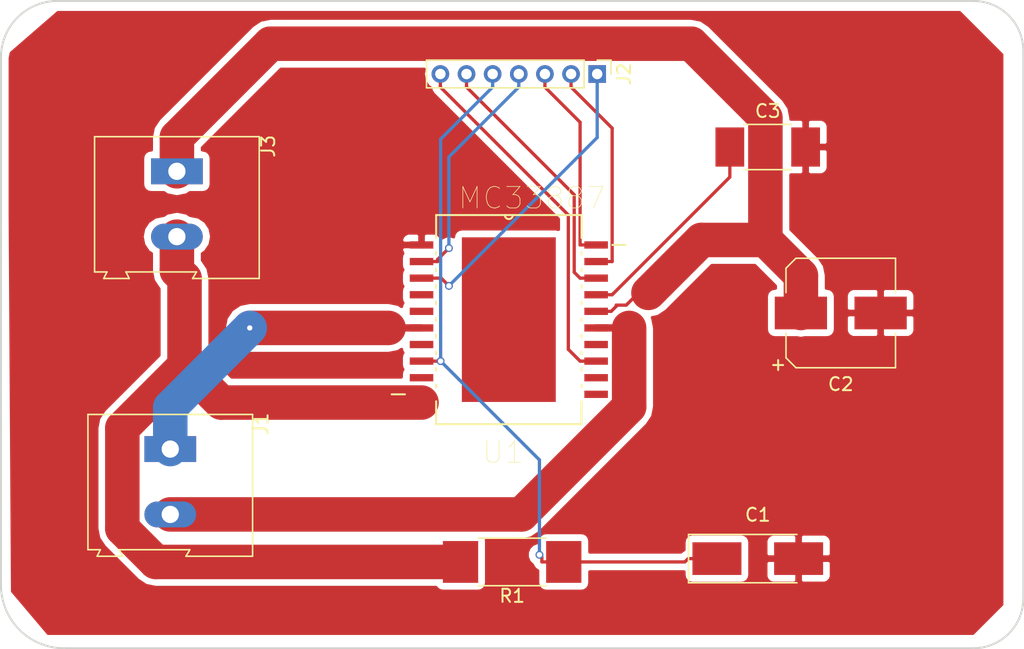
<source format=kicad_pcb>
(kicad_pcb (version 4) (host pcbnew 4.0.7)

  (general
    (links 19)
    (no_connects 0)
    (area 131.496999 97.206999 209.879001 146.887001)
    (thickness 1.6)
    (drawings 8)
    (tracks 83)
    (zones 0)
    (modules 8)
    (nets 21)
  )

  (page A4)
  (layers
    (0 F.Cu signal)
    (31 B.Cu signal)
    (32 B.Adhes user)
    (33 F.Adhes user)
    (34 B.Paste user)
    (35 F.Paste user)
    (36 B.SilkS user)
    (37 F.SilkS user)
    (38 B.Mask user)
    (39 F.Mask user)
    (40 Dwgs.User user)
    (41 Cmts.User user)
    (42 Eco1.User user)
    (43 Eco2.User user)
    (44 Edge.Cuts user)
    (45 Margin user)
    (46 B.CrtYd user)
    (47 F.CrtYd user)
    (48 B.Fab user)
    (49 F.Fab user)
  )

  (setup
    (last_trace_width 0.25)
    (trace_clearance 0.2)
    (zone_clearance 0.508)
    (zone_45_only no)
    (trace_min 0.2)
    (segment_width 0.2)
    (edge_width 0.15)
    (via_size 0.6)
    (via_drill 0.4)
    (via_min_size 0.4)
    (via_min_drill 0.3)
    (uvia_size 0.3)
    (uvia_drill 0.1)
    (uvias_allowed no)
    (uvia_min_size 0.2)
    (uvia_min_drill 0.1)
    (pcb_text_width 0.3)
    (pcb_text_size 1.5 1.5)
    (mod_edge_width 0.15)
    (mod_text_size 1 1)
    (mod_text_width 0.15)
    (pad_size 1.524 1.524)
    (pad_drill 0.762)
    (pad_to_mask_clearance 0.2)
    (aux_axis_origin 0 0)
    (visible_elements 7FFFFFFF)
    (pcbplotparams
      (layerselection 0x00030_80000001)
      (usegerberextensions false)
      (excludeedgelayer true)
      (linewidth 0.100000)
      (plotframeref false)
      (viasonmask false)
      (mode 1)
      (useauxorigin false)
      (hpglpennumber 1)
      (hpglpenspeed 20)
      (hpglpendiameter 15)
      (hpglpenoverlay 2)
      (psnegative false)
      (psa4output false)
      (plotreference true)
      (plotvalue true)
      (plotinvisibletext false)
      (padsonsilk false)
      (subtractmaskfromsilk false)
      (outputformat 1)
      (mirror false)
      (drillshape 1)
      (scaleselection 1)
      (outputdirectory ""))
  )

  (net 0 "")
  (net 1 "Net-(C1-Pad1)")
  (net 2 GND)
  (net 3 "Net-(C2-Pad1)")
  (net 4 "Net-(C3-Pad1)")
  (net 5 "Net-(J1-Pad1)")
  (net 6 "Net-(J1-Pad2)")
  (net 7 "Net-(J2-Pad1)")
  (net 8 "Net-(J2-Pad2)")
  (net 9 "Net-(J2-Pad3)")
  (net 10 "Net-(J2-Pad4)")
  (net 11 "Net-(J2-Pad6)")
  (net 12 "Net-(J2-Pad7)")
  (net 13 "Net-(J3-Pad2)")
  (net 14 "Net-(U1-Pad4)")
  (net 15 "Net-(U1-Pad5)")
  (net 16 "Net-(U1-Pad7)")
  (net 17 "Net-(U1-Pad9)")
  (net 18 "Net-(U1-Pad11)")
  (net 19 "Net-(U1-Pad12)")
  (net 20 "Net-(U1-Pad14)")

  (net_class Default "This is the default net class."
    (clearance 0.2)
    (trace_width 0.25)
    (via_dia 0.6)
    (via_drill 0.4)
    (uvia_dia 0.3)
    (uvia_drill 0.1)
    (add_net GND)
    (add_net "Net-(C1-Pad1)")
    (add_net "Net-(C3-Pad1)")
    (add_net "Net-(J2-Pad1)")
    (add_net "Net-(J2-Pad2)")
    (add_net "Net-(J2-Pad3)")
    (add_net "Net-(J2-Pad4)")
    (add_net "Net-(J2-Pad6)")
    (add_net "Net-(J2-Pad7)")
    (add_net "Net-(U1-Pad11)")
    (add_net "Net-(U1-Pad12)")
    (add_net "Net-(U1-Pad14)")
    (add_net "Net-(U1-Pad4)")
    (add_net "Net-(U1-Pad5)")
    (add_net "Net-(U1-Pad7)")
    (add_net "Net-(U1-Pad9)")
  )

  (net_class Power ""
    (clearance 0.3)
    (trace_width 2.64)
    (via_dia 0.6)
    (via_drill 0.4)
    (uvia_dia 0.3)
    (uvia_drill 0.1)
    (add_net "Net-(C2-Pad1)")
    (add_net "Net-(J1-Pad1)")
    (add_net "Net-(J1-Pad2)")
    (add_net "Net-(J3-Pad2)")
  )

  (module Capacitors_Tantalum_SMD:CP_Tantalum_Case-C_EIA-6032-28_Hand (layer F.Cu) (tedit 58CC8C08) (tstamp 5A6E3B64)
    (at 189.484 139.954)
    (descr "Tantalum capacitor, Case C, EIA 6032-28, 6.0x3.2x2.5mm, Hand soldering footprint")
    (tags "capacitor tantalum smd")
    (path /5A6E434B)
    (attr smd)
    (fp_text reference C1 (at 0 -3.35) (layer F.SilkS)
      (effects (font (size 1 1) (thickness 0.15)))
    )
    (fp_text value 1uF (at 0 3.35) (layer F.Fab)
      (effects (font (size 1 1) (thickness 0.15)))
    )
    (fp_text user %R (at 0 0) (layer F.Fab)
      (effects (font (size 1 1) (thickness 0.15)))
    )
    (fp_line (start -5.4 -2) (end -5.4 2) (layer F.CrtYd) (width 0.05))
    (fp_line (start -5.4 2) (end 5.4 2) (layer F.CrtYd) (width 0.05))
    (fp_line (start 5.4 2) (end 5.4 -2) (layer F.CrtYd) (width 0.05))
    (fp_line (start 5.4 -2) (end -5.4 -2) (layer F.CrtYd) (width 0.05))
    (fp_line (start -3 -1.6) (end -3 1.6) (layer F.Fab) (width 0.1))
    (fp_line (start -3 1.6) (end 3 1.6) (layer F.Fab) (width 0.1))
    (fp_line (start 3 1.6) (end 3 -1.6) (layer F.Fab) (width 0.1))
    (fp_line (start 3 -1.6) (end -3 -1.6) (layer F.Fab) (width 0.1))
    (fp_line (start -2.4 -1.6) (end -2.4 1.6) (layer F.Fab) (width 0.1))
    (fp_line (start -2.1 -1.6) (end -2.1 1.6) (layer F.Fab) (width 0.1))
    (fp_line (start -5.3 -1.85) (end 3 -1.85) (layer F.SilkS) (width 0.12))
    (fp_line (start -5.3 1.85) (end 3 1.85) (layer F.SilkS) (width 0.12))
    (fp_line (start -5.3 -1.85) (end -5.3 1.85) (layer F.SilkS) (width 0.12))
    (pad 1 smd rect (at -3.125 0) (size 3.75 2.5) (layers F.Cu F.Paste F.Mask)
      (net 1 "Net-(C1-Pad1)"))
    (pad 2 smd rect (at 3.125 0) (size 3.75 2.5) (layers F.Cu F.Paste F.Mask)
      (net 2 GND))
    (model Capacitors_Tantalum_SMD.3dshapes/CP_Tantalum_Case-C_EIA-6032-28.wrl
      (at (xyz 0 0 0))
      (scale (xyz 1 1 1))
      (rotate (xyz 0 0 0))
    )
  )

  (module Capacitors_SMD:CP_Elec_8x6.5 (layer F.Cu) (tedit 58AA8B9D) (tstamp 5A6E3B80)
    (at 195.834 121.158)
    (descr "SMT capacitor, aluminium electrolytic, 8x6.5")
    (path /5A6E42CB)
    (attr smd)
    (fp_text reference C2 (at 0 5.45) (layer F.SilkS)
      (effects (font (size 1 1) (thickness 0.15)))
    )
    (fp_text value 100uF (at 0 -5.45) (layer F.Fab)
      (effects (font (size 1 1) (thickness 0.15)))
    )
    (fp_circle (center 0 0) (end 0.9 3.8) (layer F.Fab) (width 0.1))
    (fp_text user + (at -1.94 -0.06) (layer F.Fab)
      (effects (font (size 1 1) (thickness 0.15)))
    )
    (fp_text user + (at -4.79 3.91) (layer F.SilkS)
      (effects (font (size 1 1) (thickness 0.15)))
    )
    (fp_text user %R (at 0 5.45) (layer F.Fab)
      (effects (font (size 1 1) (thickness 0.15)))
    )
    (fp_line (start -4.19 -3.43) (end -4.19 -1.56) (layer F.SilkS) (width 0.12))
    (fp_line (start -4.19 3.43) (end -4.19 1.56) (layer F.SilkS) (width 0.12))
    (fp_line (start 4.19 4.19) (end 4.19 1.56) (layer F.SilkS) (width 0.12))
    (fp_line (start 4.19 -4.19) (end 4.19 -1.56) (layer F.SilkS) (width 0.12))
    (fp_line (start 4.04 4.04) (end 4.04 -4.04) (layer F.Fab) (width 0.1))
    (fp_line (start -3.37 4.04) (end 4.04 4.04) (layer F.Fab) (width 0.1))
    (fp_line (start -4.04 3.37) (end -3.37 4.04) (layer F.Fab) (width 0.1))
    (fp_line (start -4.04 -3.37) (end -4.04 3.37) (layer F.Fab) (width 0.1))
    (fp_line (start -3.37 -4.04) (end -4.04 -3.37) (layer F.Fab) (width 0.1))
    (fp_line (start 4.04 -4.04) (end -3.37 -4.04) (layer F.Fab) (width 0.1))
    (fp_line (start 4.19 4.19) (end -3.43 4.19) (layer F.SilkS) (width 0.12))
    (fp_line (start -3.43 4.19) (end -4.19 3.43) (layer F.SilkS) (width 0.12))
    (fp_line (start -4.19 -3.43) (end -3.43 -4.19) (layer F.SilkS) (width 0.12))
    (fp_line (start -3.43 -4.19) (end 4.19 -4.19) (layer F.SilkS) (width 0.12))
    (fp_line (start -5.3 -4.29) (end 5.3 -4.29) (layer F.CrtYd) (width 0.05))
    (fp_line (start -5.3 -4.29) (end -5.3 4.29) (layer F.CrtYd) (width 0.05))
    (fp_line (start 5.3 4.29) (end 5.3 -4.29) (layer F.CrtYd) (width 0.05))
    (fp_line (start 5.3 4.29) (end -5.3 4.29) (layer F.CrtYd) (width 0.05))
    (pad 1 smd rect (at -3.05 0 180) (size 4 2.5) (layers F.Cu F.Paste F.Mask)
      (net 3 "Net-(C2-Pad1)"))
    (pad 2 smd rect (at 3.05 0 180) (size 4 2.5) (layers F.Cu F.Paste F.Mask)
      (net 2 GND))
    (model Capacitors_SMD.3dshapes/CP_Elec_8x6.5.wrl
      (at (xyz 0 0 0))
      (scale (xyz 1 1 1))
      (rotate (xyz 0 0 180))
    )
  )

  (module Capacitors_SMD:C_1812_HandSoldering (layer F.Cu) (tedit 58AA8525) (tstamp 5A6E3B91)
    (at 190.246 108.458)
    (descr "Capacitor SMD 1812, hand soldering")
    (tags "capacitor 1812")
    (path /5A6E425C)
    (attr smd)
    (fp_text reference C3 (at 0 -2.75) (layer F.SilkS)
      (effects (font (size 1 1) (thickness 0.15)))
    )
    (fp_text value 33nF (at 0 2.75) (layer F.Fab)
      (effects (font (size 1 1) (thickness 0.15)))
    )
    (fp_text user %R (at 0 -2.75) (layer F.Fab)
      (effects (font (size 1 1) (thickness 0.15)))
    )
    (fp_line (start -2.25 1.6) (end -2.25 -1.6) (layer F.Fab) (width 0.1))
    (fp_line (start 2.3 1.6) (end -2.25 1.6) (layer F.Fab) (width 0.1))
    (fp_line (start 2.3 -1.6) (end 2.3 1.6) (layer F.Fab) (width 0.1))
    (fp_line (start -2.25 -1.6) (end 2.3 -1.6) (layer F.Fab) (width 0.1))
    (fp_line (start 1.8 -1.73) (end -1.8 -1.73) (layer F.SilkS) (width 0.12))
    (fp_line (start -1.8 1.73) (end 1.8 1.73) (layer F.SilkS) (width 0.12))
    (fp_line (start -4.25 -1.85) (end 4.25 -1.85) (layer F.CrtYd) (width 0.05))
    (fp_line (start -4.25 -1.85) (end -4.25 1.85) (layer F.CrtYd) (width 0.05))
    (fp_line (start 4.25 1.85) (end 4.25 -1.85) (layer F.CrtYd) (width 0.05))
    (fp_line (start 4.25 1.85) (end -4.25 1.85) (layer F.CrtYd) (width 0.05))
    (pad 1 smd rect (at -2.9 0) (size 2.2 3) (layers F.Cu F.Paste F.Mask)
      (net 4 "Net-(C3-Pad1)"))
    (pad 2 smd rect (at 2.9 0) (size 2.2 3) (layers F.Cu F.Paste F.Mask)
      (net 2 GND))
    (model Capacitors_SMD.3dshapes/C_1812.wrl
      (at (xyz 0 0 0))
      (scale (xyz 1 1 1))
      (rotate (xyz 0 0 0))
    )
  )

  (module Connectors_Terminal_Blocks:TerminalBlock_Altech_AK300-2_P5.00mm (layer F.Cu) (tedit 59FF0306) (tstamp 5A6E3BF8)
    (at 144.526 131.572 270)
    (descr "Altech AK300 terminal block, pitch 5.0mm, 45 degree angled, see http://www.mouser.com/ds/2/16/PCBMETRC-24178.pdf")
    (tags "Altech AK300 terminal block pitch 5.0mm")
    (path /5A6E408B)
    (fp_text reference J1 (at -1.92 -6.99 270) (layer F.SilkS)
      (effects (font (size 1 1) (thickness 0.15)))
    )
    (fp_text value Conn_01x02 (at 2.78 7.75 270) (layer F.Fab)
      (effects (font (size 1 1) (thickness 0.15)))
    )
    (fp_text user %R (at 2.5 -2 270) (layer F.Fab)
      (effects (font (size 1 1) (thickness 0.15)))
    )
    (fp_line (start -2.65 -6.3) (end -2.65 6.3) (layer F.SilkS) (width 0.12))
    (fp_line (start -2.65 6.3) (end 7.7 6.3) (layer F.SilkS) (width 0.12))
    (fp_line (start 7.7 6.3) (end 7.7 5.35) (layer F.SilkS) (width 0.12))
    (fp_line (start 7.7 5.35) (end 8.2 5.6) (layer F.SilkS) (width 0.12))
    (fp_line (start 8.2 5.6) (end 8.2 3.7) (layer F.SilkS) (width 0.12))
    (fp_line (start 8.2 3.7) (end 8.2 3.65) (layer F.SilkS) (width 0.12))
    (fp_line (start 8.2 3.65) (end 7.7 3.9) (layer F.SilkS) (width 0.12))
    (fp_line (start 7.7 3.9) (end 7.7 -1.5) (layer F.SilkS) (width 0.12))
    (fp_line (start 7.7 -1.5) (end 8.2 -1.2) (layer F.SilkS) (width 0.12))
    (fp_line (start 8.2 -1.2) (end 8.2 -6.3) (layer F.SilkS) (width 0.12))
    (fp_line (start 8.2 -6.3) (end -2.65 -6.3) (layer F.SilkS) (width 0.12))
    (fp_line (start -1.26 2.54) (end 1.28 2.54) (layer F.Fab) (width 0.1))
    (fp_line (start 1.28 2.54) (end 1.28 -0.25) (layer F.Fab) (width 0.1))
    (fp_line (start -1.26 -0.25) (end 1.28 -0.25) (layer F.Fab) (width 0.1))
    (fp_line (start -1.26 2.54) (end -1.26 -0.25) (layer F.Fab) (width 0.1))
    (fp_line (start 3.74 2.54) (end 6.28 2.54) (layer F.Fab) (width 0.1))
    (fp_line (start 6.28 2.54) (end 6.28 -0.25) (layer F.Fab) (width 0.1))
    (fp_line (start 3.74 -0.25) (end 6.28 -0.25) (layer F.Fab) (width 0.1))
    (fp_line (start 3.74 2.54) (end 3.74 -0.25) (layer F.Fab) (width 0.1))
    (fp_line (start 7.61 -6.22) (end 7.61 -3.17) (layer F.Fab) (width 0.1))
    (fp_line (start 7.61 -6.22) (end -2.58 -6.22) (layer F.Fab) (width 0.1))
    (fp_line (start 7.61 -6.22) (end 8.11 -6.22) (layer F.Fab) (width 0.1))
    (fp_line (start 8.11 -6.22) (end 8.11 -1.4) (layer F.Fab) (width 0.1))
    (fp_line (start 8.11 -1.4) (end 7.61 -1.65) (layer F.Fab) (width 0.1))
    (fp_line (start 8.11 5.46) (end 7.61 5.21) (layer F.Fab) (width 0.1))
    (fp_line (start 7.61 5.21) (end 7.61 6.22) (layer F.Fab) (width 0.1))
    (fp_line (start 8.11 3.81) (end 7.61 4.06) (layer F.Fab) (width 0.1))
    (fp_line (start 7.61 4.06) (end 7.61 5.21) (layer F.Fab) (width 0.1))
    (fp_line (start 8.11 3.81) (end 8.11 5.46) (layer F.Fab) (width 0.1))
    (fp_line (start 2.98 6.22) (end 2.98 4.32) (layer F.Fab) (width 0.1))
    (fp_line (start 7.05 -0.25) (end 7.05 4.32) (layer F.Fab) (width 0.1))
    (fp_line (start 2.98 6.22) (end 7.05 6.22) (layer F.Fab) (width 0.1))
    (fp_line (start 7.05 6.22) (end 7.61 6.22) (layer F.Fab) (width 0.1))
    (fp_line (start 2.04 6.22) (end 2.04 4.32) (layer F.Fab) (width 0.1))
    (fp_line (start 2.04 6.22) (end 2.98 6.22) (layer F.Fab) (width 0.1))
    (fp_line (start -2.02 -0.25) (end -2.02 4.32) (layer F.Fab) (width 0.1))
    (fp_line (start -2.58 6.22) (end -2.02 6.22) (layer F.Fab) (width 0.1))
    (fp_line (start -2.02 6.22) (end 2.04 6.22) (layer F.Fab) (width 0.1))
    (fp_line (start 2.98 4.32) (end 7.05 4.32) (layer F.Fab) (width 0.1))
    (fp_line (start 2.98 4.32) (end 2.98 -0.25) (layer F.Fab) (width 0.1))
    (fp_line (start 7.05 4.32) (end 7.05 6.22) (layer F.Fab) (width 0.1))
    (fp_line (start 2.04 4.32) (end -2.02 4.32) (layer F.Fab) (width 0.1))
    (fp_line (start 2.04 4.32) (end 2.04 -0.25) (layer F.Fab) (width 0.1))
    (fp_line (start -2.02 4.32) (end -2.02 6.22) (layer F.Fab) (width 0.1))
    (fp_line (start 6.67 3.68) (end 6.67 0.51) (layer F.Fab) (width 0.1))
    (fp_line (start 6.67 3.68) (end 3.36 3.68) (layer F.Fab) (width 0.1))
    (fp_line (start 3.36 3.68) (end 3.36 0.51) (layer F.Fab) (width 0.1))
    (fp_line (start 1.66 3.68) (end 1.66 0.51) (layer F.Fab) (width 0.1))
    (fp_line (start 1.66 3.68) (end -1.64 3.68) (layer F.Fab) (width 0.1))
    (fp_line (start -1.64 3.68) (end -1.64 0.51) (layer F.Fab) (width 0.1))
    (fp_line (start -1.64 0.51) (end -1.26 0.51) (layer F.Fab) (width 0.1))
    (fp_line (start 1.66 0.51) (end 1.28 0.51) (layer F.Fab) (width 0.1))
    (fp_line (start 3.36 0.51) (end 3.74 0.51) (layer F.Fab) (width 0.1))
    (fp_line (start 6.67 0.51) (end 6.28 0.51) (layer F.Fab) (width 0.1))
    (fp_line (start -2.58 6.22) (end -2.58 -0.64) (layer F.Fab) (width 0.1))
    (fp_line (start -2.58 -0.64) (end -2.58 -3.17) (layer F.Fab) (width 0.1))
    (fp_line (start 7.61 -1.65) (end 7.61 -0.64) (layer F.Fab) (width 0.1))
    (fp_line (start 7.61 -0.64) (end 7.61 4.06) (layer F.Fab) (width 0.1))
    (fp_line (start -2.58 -3.17) (end 7.61 -3.17) (layer F.Fab) (width 0.1))
    (fp_line (start -2.58 -3.17) (end -2.58 -6.22) (layer F.Fab) (width 0.1))
    (fp_line (start 7.61 -3.17) (end 7.61 -1.65) (layer F.Fab) (width 0.1))
    (fp_line (start 2.98 -3.43) (end 2.98 -5.97) (layer F.Fab) (width 0.1))
    (fp_line (start 2.98 -5.97) (end 7.05 -5.97) (layer F.Fab) (width 0.1))
    (fp_line (start 7.05 -5.97) (end 7.05 -3.43) (layer F.Fab) (width 0.1))
    (fp_line (start 7.05 -3.43) (end 2.98 -3.43) (layer F.Fab) (width 0.1))
    (fp_line (start 2.04 -3.43) (end 2.04 -5.97) (layer F.Fab) (width 0.1))
    (fp_line (start 2.04 -3.43) (end -2.02 -3.43) (layer F.Fab) (width 0.1))
    (fp_line (start -2.02 -3.43) (end -2.02 -5.97) (layer F.Fab) (width 0.1))
    (fp_line (start 2.04 -5.97) (end -2.02 -5.97) (layer F.Fab) (width 0.1))
    (fp_line (start 3.39 -4.45) (end 6.44 -5.08) (layer F.Fab) (width 0.1))
    (fp_line (start 3.52 -4.32) (end 6.56 -4.95) (layer F.Fab) (width 0.1))
    (fp_line (start -1.62 -4.45) (end 1.44 -5.08) (layer F.Fab) (width 0.1))
    (fp_line (start -1.49 -4.32) (end 1.56 -4.95) (layer F.Fab) (width 0.1))
    (fp_line (start -2.02 -0.25) (end -1.64 -0.25) (layer F.Fab) (width 0.1))
    (fp_line (start 2.04 -0.25) (end 1.66 -0.25) (layer F.Fab) (width 0.1))
    (fp_line (start 1.66 -0.25) (end -1.64 -0.25) (layer F.Fab) (width 0.1))
    (fp_line (start -2.58 -0.64) (end -1.64 -0.64) (layer F.Fab) (width 0.1))
    (fp_line (start -1.64 -0.64) (end 1.66 -0.64) (layer F.Fab) (width 0.1))
    (fp_line (start 1.66 -0.64) (end 3.36 -0.64) (layer F.Fab) (width 0.1))
    (fp_line (start 7.61 -0.64) (end 6.67 -0.64) (layer F.Fab) (width 0.1))
    (fp_line (start 6.67 -0.64) (end 3.36 -0.64) (layer F.Fab) (width 0.1))
    (fp_line (start 7.05 -0.25) (end 6.67 -0.25) (layer F.Fab) (width 0.1))
    (fp_line (start 2.98 -0.25) (end 3.36 -0.25) (layer F.Fab) (width 0.1))
    (fp_line (start 3.36 -0.25) (end 6.67 -0.25) (layer F.Fab) (width 0.1))
    (fp_line (start -2.83 -6.47) (end 8.36 -6.47) (layer F.CrtYd) (width 0.05))
    (fp_line (start -2.83 -6.47) (end -2.83 6.47) (layer F.CrtYd) (width 0.05))
    (fp_line (start 8.36 6.47) (end 8.36 -6.47) (layer F.CrtYd) (width 0.05))
    (fp_line (start 8.36 6.47) (end -2.83 6.47) (layer F.CrtYd) (width 0.05))
    (fp_arc (start 6.03 -4.59) (end 6.54 -5.05) (angle 90.5) (layer F.Fab) (width 0.1))
    (fp_arc (start 5.07 -6.07) (end 6.53 -4.12) (angle 75.5) (layer F.Fab) (width 0.1))
    (fp_arc (start 4.99 -3.71) (end 3.39 -5) (angle 100) (layer F.Fab) (width 0.1))
    (fp_arc (start 3.87 -4.65) (end 3.58 -4.13) (angle 104.2) (layer F.Fab) (width 0.1))
    (fp_arc (start 1.03 -4.59) (end 1.53 -5.05) (angle 90.5) (layer F.Fab) (width 0.1))
    (fp_arc (start 0.06 -6.07) (end 1.53 -4.12) (angle 75.5) (layer F.Fab) (width 0.1))
    (fp_arc (start -0.01 -3.71) (end -1.62 -5) (angle 100) (layer F.Fab) (width 0.1))
    (fp_arc (start -1.13 -4.65) (end -1.42 -4.13) (angle 104.2) (layer F.Fab) (width 0.1))
    (pad 1 thru_hole rect (at 0 0 270) (size 1.98 3.96) (drill 1.32) (layers *.Cu *.Mask)
      (net 5 "Net-(J1-Pad1)"))
    (pad 2 thru_hole oval (at 5 0 270) (size 1.98 3.96) (drill 1.32) (layers *.Cu *.Mask)
      (net 6 "Net-(J1-Pad2)"))
    (model ${KISYS3DMOD}/Terminal_Blocks.3dshapes/TerminalBlock_Altech_AK300-2_P5.00mm.wrl
      (at (xyz 0 0 0))
      (scale (xyz 1 1 1))
      (rotate (xyz 0 0 0))
    )
  )

  (module Pin_Headers:Pin_Header_Straight_1x07_Pitch2.00mm (layer F.Cu) (tedit 59650533) (tstamp 5A6E3C13)
    (at 177.196 102.87 270)
    (descr "Through hole straight pin header, 1x07, 2.00mm pitch, single row")
    (tags "Through hole pin header THT 1x07 2.00mm single row")
    (path /5A6E418C)
    (fp_text reference J2 (at 0 -2.06 270) (layer F.SilkS)
      (effects (font (size 1 1) (thickness 0.15)))
    )
    (fp_text value Conn_01x07 (at 0 14.06 270) (layer F.Fab)
      (effects (font (size 1 1) (thickness 0.15)))
    )
    (fp_line (start -0.5 -1) (end 1 -1) (layer F.Fab) (width 0.1))
    (fp_line (start 1 -1) (end 1 13) (layer F.Fab) (width 0.1))
    (fp_line (start 1 13) (end -1 13) (layer F.Fab) (width 0.1))
    (fp_line (start -1 13) (end -1 -0.5) (layer F.Fab) (width 0.1))
    (fp_line (start -1 -0.5) (end -0.5 -1) (layer F.Fab) (width 0.1))
    (fp_line (start -1.06 13.06) (end 1.06 13.06) (layer F.SilkS) (width 0.12))
    (fp_line (start -1.06 1) (end -1.06 13.06) (layer F.SilkS) (width 0.12))
    (fp_line (start 1.06 1) (end 1.06 13.06) (layer F.SilkS) (width 0.12))
    (fp_line (start -1.06 1) (end 1.06 1) (layer F.SilkS) (width 0.12))
    (fp_line (start -1.06 0) (end -1.06 -1.06) (layer F.SilkS) (width 0.12))
    (fp_line (start -1.06 -1.06) (end 0 -1.06) (layer F.SilkS) (width 0.12))
    (fp_line (start -1.5 -1.5) (end -1.5 13.5) (layer F.CrtYd) (width 0.05))
    (fp_line (start -1.5 13.5) (end 1.5 13.5) (layer F.CrtYd) (width 0.05))
    (fp_line (start 1.5 13.5) (end 1.5 -1.5) (layer F.CrtYd) (width 0.05))
    (fp_line (start 1.5 -1.5) (end -1.5 -1.5) (layer F.CrtYd) (width 0.05))
    (fp_text user %R (at 0 6 360) (layer F.Fab)
      (effects (font (size 1 1) (thickness 0.15)))
    )
    (pad 1 thru_hole rect (at 0 0 270) (size 1.35 1.35) (drill 0.8) (layers *.Cu *.Mask)
      (net 7 "Net-(J2-Pad1)"))
    (pad 2 thru_hole oval (at 0 2 270) (size 1.35 1.35) (drill 0.8) (layers *.Cu *.Mask)
      (net 8 "Net-(J2-Pad2)"))
    (pad 3 thru_hole oval (at 0 4 270) (size 1.35 1.35) (drill 0.8) (layers *.Cu *.Mask)
      (net 9 "Net-(J2-Pad3)"))
    (pad 4 thru_hole oval (at 0 6 270) (size 1.35 1.35) (drill 0.8) (layers *.Cu *.Mask)
      (net 10 "Net-(J2-Pad4)"))
    (pad 5 thru_hole oval (at 0 8 270) (size 1.35 1.35) (drill 0.8) (layers *.Cu *.Mask)
      (net 1 "Net-(C1-Pad1)"))
    (pad 6 thru_hole oval (at 0 10 270) (size 1.35 1.35) (drill 0.8) (layers *.Cu *.Mask)
      (net 11 "Net-(J2-Pad6)"))
    (pad 7 thru_hole oval (at 0 12 270) (size 1.35 1.35) (drill 0.8) (layers *.Cu *.Mask)
      (net 12 "Net-(J2-Pad7)"))
    (model ${KISYS3DMOD}/Pin_Headers.3dshapes/Pin_Header_Straight_1x07_Pitch2.00mm.wrl
      (at (xyz 0 0 0))
      (scale (xyz 1 1 1))
      (rotate (xyz 0 0 0))
    )
  )

  (module Connectors_Terminal_Blocks:TerminalBlock_Altech_AK300-2_P5.00mm (layer F.Cu) (tedit 59FF0306) (tstamp 5A6E3C7A)
    (at 145.034 110.316 270)
    (descr "Altech AK300 terminal block, pitch 5.0mm, 45 degree angled, see http://www.mouser.com/ds/2/16/PCBMETRC-24178.pdf")
    (tags "Altech AK300 terminal block pitch 5.0mm")
    (path /5A6E4020)
    (fp_text reference J3 (at -1.92 -6.99 270) (layer F.SilkS)
      (effects (font (size 1 1) (thickness 0.15)))
    )
    (fp_text value Conn_01x02 (at 2.78 7.75 270) (layer F.Fab)
      (effects (font (size 1 1) (thickness 0.15)))
    )
    (fp_text user %R (at 2.5 -2 270) (layer F.Fab)
      (effects (font (size 1 1) (thickness 0.15)))
    )
    (fp_line (start -2.65 -6.3) (end -2.65 6.3) (layer F.SilkS) (width 0.12))
    (fp_line (start -2.65 6.3) (end 7.7 6.3) (layer F.SilkS) (width 0.12))
    (fp_line (start 7.7 6.3) (end 7.7 5.35) (layer F.SilkS) (width 0.12))
    (fp_line (start 7.7 5.35) (end 8.2 5.6) (layer F.SilkS) (width 0.12))
    (fp_line (start 8.2 5.6) (end 8.2 3.7) (layer F.SilkS) (width 0.12))
    (fp_line (start 8.2 3.7) (end 8.2 3.65) (layer F.SilkS) (width 0.12))
    (fp_line (start 8.2 3.65) (end 7.7 3.9) (layer F.SilkS) (width 0.12))
    (fp_line (start 7.7 3.9) (end 7.7 -1.5) (layer F.SilkS) (width 0.12))
    (fp_line (start 7.7 -1.5) (end 8.2 -1.2) (layer F.SilkS) (width 0.12))
    (fp_line (start 8.2 -1.2) (end 8.2 -6.3) (layer F.SilkS) (width 0.12))
    (fp_line (start 8.2 -6.3) (end -2.65 -6.3) (layer F.SilkS) (width 0.12))
    (fp_line (start -1.26 2.54) (end 1.28 2.54) (layer F.Fab) (width 0.1))
    (fp_line (start 1.28 2.54) (end 1.28 -0.25) (layer F.Fab) (width 0.1))
    (fp_line (start -1.26 -0.25) (end 1.28 -0.25) (layer F.Fab) (width 0.1))
    (fp_line (start -1.26 2.54) (end -1.26 -0.25) (layer F.Fab) (width 0.1))
    (fp_line (start 3.74 2.54) (end 6.28 2.54) (layer F.Fab) (width 0.1))
    (fp_line (start 6.28 2.54) (end 6.28 -0.25) (layer F.Fab) (width 0.1))
    (fp_line (start 3.74 -0.25) (end 6.28 -0.25) (layer F.Fab) (width 0.1))
    (fp_line (start 3.74 2.54) (end 3.74 -0.25) (layer F.Fab) (width 0.1))
    (fp_line (start 7.61 -6.22) (end 7.61 -3.17) (layer F.Fab) (width 0.1))
    (fp_line (start 7.61 -6.22) (end -2.58 -6.22) (layer F.Fab) (width 0.1))
    (fp_line (start 7.61 -6.22) (end 8.11 -6.22) (layer F.Fab) (width 0.1))
    (fp_line (start 8.11 -6.22) (end 8.11 -1.4) (layer F.Fab) (width 0.1))
    (fp_line (start 8.11 -1.4) (end 7.61 -1.65) (layer F.Fab) (width 0.1))
    (fp_line (start 8.11 5.46) (end 7.61 5.21) (layer F.Fab) (width 0.1))
    (fp_line (start 7.61 5.21) (end 7.61 6.22) (layer F.Fab) (width 0.1))
    (fp_line (start 8.11 3.81) (end 7.61 4.06) (layer F.Fab) (width 0.1))
    (fp_line (start 7.61 4.06) (end 7.61 5.21) (layer F.Fab) (width 0.1))
    (fp_line (start 8.11 3.81) (end 8.11 5.46) (layer F.Fab) (width 0.1))
    (fp_line (start 2.98 6.22) (end 2.98 4.32) (layer F.Fab) (width 0.1))
    (fp_line (start 7.05 -0.25) (end 7.05 4.32) (layer F.Fab) (width 0.1))
    (fp_line (start 2.98 6.22) (end 7.05 6.22) (layer F.Fab) (width 0.1))
    (fp_line (start 7.05 6.22) (end 7.61 6.22) (layer F.Fab) (width 0.1))
    (fp_line (start 2.04 6.22) (end 2.04 4.32) (layer F.Fab) (width 0.1))
    (fp_line (start 2.04 6.22) (end 2.98 6.22) (layer F.Fab) (width 0.1))
    (fp_line (start -2.02 -0.25) (end -2.02 4.32) (layer F.Fab) (width 0.1))
    (fp_line (start -2.58 6.22) (end -2.02 6.22) (layer F.Fab) (width 0.1))
    (fp_line (start -2.02 6.22) (end 2.04 6.22) (layer F.Fab) (width 0.1))
    (fp_line (start 2.98 4.32) (end 7.05 4.32) (layer F.Fab) (width 0.1))
    (fp_line (start 2.98 4.32) (end 2.98 -0.25) (layer F.Fab) (width 0.1))
    (fp_line (start 7.05 4.32) (end 7.05 6.22) (layer F.Fab) (width 0.1))
    (fp_line (start 2.04 4.32) (end -2.02 4.32) (layer F.Fab) (width 0.1))
    (fp_line (start 2.04 4.32) (end 2.04 -0.25) (layer F.Fab) (width 0.1))
    (fp_line (start -2.02 4.32) (end -2.02 6.22) (layer F.Fab) (width 0.1))
    (fp_line (start 6.67 3.68) (end 6.67 0.51) (layer F.Fab) (width 0.1))
    (fp_line (start 6.67 3.68) (end 3.36 3.68) (layer F.Fab) (width 0.1))
    (fp_line (start 3.36 3.68) (end 3.36 0.51) (layer F.Fab) (width 0.1))
    (fp_line (start 1.66 3.68) (end 1.66 0.51) (layer F.Fab) (width 0.1))
    (fp_line (start 1.66 3.68) (end -1.64 3.68) (layer F.Fab) (width 0.1))
    (fp_line (start -1.64 3.68) (end -1.64 0.51) (layer F.Fab) (width 0.1))
    (fp_line (start -1.64 0.51) (end -1.26 0.51) (layer F.Fab) (width 0.1))
    (fp_line (start 1.66 0.51) (end 1.28 0.51) (layer F.Fab) (width 0.1))
    (fp_line (start 3.36 0.51) (end 3.74 0.51) (layer F.Fab) (width 0.1))
    (fp_line (start 6.67 0.51) (end 6.28 0.51) (layer F.Fab) (width 0.1))
    (fp_line (start -2.58 6.22) (end -2.58 -0.64) (layer F.Fab) (width 0.1))
    (fp_line (start -2.58 -0.64) (end -2.58 -3.17) (layer F.Fab) (width 0.1))
    (fp_line (start 7.61 -1.65) (end 7.61 -0.64) (layer F.Fab) (width 0.1))
    (fp_line (start 7.61 -0.64) (end 7.61 4.06) (layer F.Fab) (width 0.1))
    (fp_line (start -2.58 -3.17) (end 7.61 -3.17) (layer F.Fab) (width 0.1))
    (fp_line (start -2.58 -3.17) (end -2.58 -6.22) (layer F.Fab) (width 0.1))
    (fp_line (start 7.61 -3.17) (end 7.61 -1.65) (layer F.Fab) (width 0.1))
    (fp_line (start 2.98 -3.43) (end 2.98 -5.97) (layer F.Fab) (width 0.1))
    (fp_line (start 2.98 -5.97) (end 7.05 -5.97) (layer F.Fab) (width 0.1))
    (fp_line (start 7.05 -5.97) (end 7.05 -3.43) (layer F.Fab) (width 0.1))
    (fp_line (start 7.05 -3.43) (end 2.98 -3.43) (layer F.Fab) (width 0.1))
    (fp_line (start 2.04 -3.43) (end 2.04 -5.97) (layer F.Fab) (width 0.1))
    (fp_line (start 2.04 -3.43) (end -2.02 -3.43) (layer F.Fab) (width 0.1))
    (fp_line (start -2.02 -3.43) (end -2.02 -5.97) (layer F.Fab) (width 0.1))
    (fp_line (start 2.04 -5.97) (end -2.02 -5.97) (layer F.Fab) (width 0.1))
    (fp_line (start 3.39 -4.45) (end 6.44 -5.08) (layer F.Fab) (width 0.1))
    (fp_line (start 3.52 -4.32) (end 6.56 -4.95) (layer F.Fab) (width 0.1))
    (fp_line (start -1.62 -4.45) (end 1.44 -5.08) (layer F.Fab) (width 0.1))
    (fp_line (start -1.49 -4.32) (end 1.56 -4.95) (layer F.Fab) (width 0.1))
    (fp_line (start -2.02 -0.25) (end -1.64 -0.25) (layer F.Fab) (width 0.1))
    (fp_line (start 2.04 -0.25) (end 1.66 -0.25) (layer F.Fab) (width 0.1))
    (fp_line (start 1.66 -0.25) (end -1.64 -0.25) (layer F.Fab) (width 0.1))
    (fp_line (start -2.58 -0.64) (end -1.64 -0.64) (layer F.Fab) (width 0.1))
    (fp_line (start -1.64 -0.64) (end 1.66 -0.64) (layer F.Fab) (width 0.1))
    (fp_line (start 1.66 -0.64) (end 3.36 -0.64) (layer F.Fab) (width 0.1))
    (fp_line (start 7.61 -0.64) (end 6.67 -0.64) (layer F.Fab) (width 0.1))
    (fp_line (start 6.67 -0.64) (end 3.36 -0.64) (layer F.Fab) (width 0.1))
    (fp_line (start 7.05 -0.25) (end 6.67 -0.25) (layer F.Fab) (width 0.1))
    (fp_line (start 2.98 -0.25) (end 3.36 -0.25) (layer F.Fab) (width 0.1))
    (fp_line (start 3.36 -0.25) (end 6.67 -0.25) (layer F.Fab) (width 0.1))
    (fp_line (start -2.83 -6.47) (end 8.36 -6.47) (layer F.CrtYd) (width 0.05))
    (fp_line (start -2.83 -6.47) (end -2.83 6.47) (layer F.CrtYd) (width 0.05))
    (fp_line (start 8.36 6.47) (end 8.36 -6.47) (layer F.CrtYd) (width 0.05))
    (fp_line (start 8.36 6.47) (end -2.83 6.47) (layer F.CrtYd) (width 0.05))
    (fp_arc (start 6.03 -4.59) (end 6.54 -5.05) (angle 90.5) (layer F.Fab) (width 0.1))
    (fp_arc (start 5.07 -6.07) (end 6.53 -4.12) (angle 75.5) (layer F.Fab) (width 0.1))
    (fp_arc (start 4.99 -3.71) (end 3.39 -5) (angle 100) (layer F.Fab) (width 0.1))
    (fp_arc (start 3.87 -4.65) (end 3.58 -4.13) (angle 104.2) (layer F.Fab) (width 0.1))
    (fp_arc (start 1.03 -4.59) (end 1.53 -5.05) (angle 90.5) (layer F.Fab) (width 0.1))
    (fp_arc (start 0.06 -6.07) (end 1.53 -4.12) (angle 75.5) (layer F.Fab) (width 0.1))
    (fp_arc (start -0.01 -3.71) (end -1.62 -5) (angle 100) (layer F.Fab) (width 0.1))
    (fp_arc (start -1.13 -4.65) (end -1.42 -4.13) (angle 104.2) (layer F.Fab) (width 0.1))
    (pad 1 thru_hole rect (at 0 0 270) (size 1.98 3.96) (drill 1.32) (layers *.Cu *.Mask)
      (net 3 "Net-(C2-Pad1)"))
    (pad 2 thru_hole oval (at 5 0 270) (size 1.98 3.96) (drill 1.32) (layers *.Cu *.Mask)
      (net 13 "Net-(J3-Pad2)"))
    (model ${KISYS3DMOD}/Terminal_Blocks.3dshapes/TerminalBlock_Altech_AK300-2_P5.00mm.wrl
      (at (xyz 0 0 0))
      (scale (xyz 1 1 1))
      (rotate (xyz 0 0 0))
    )
  )

  (module Resistors_SMD:R_2512_HandSoldering (layer F.Cu) (tedit 58E0A804) (tstamp 5A6E3C8B)
    (at 170.688 140.208 180)
    (descr "Resistor SMD 2512, hand soldering")
    (tags "resistor 2512")
    (path /5A6E41F3)
    (attr smd)
    (fp_text reference R1 (at 0 -2.6 180) (layer F.SilkS)
      (effects (font (size 1 1) (thickness 0.15)))
    )
    (fp_text value 100 (at 0 2.75 180) (layer F.Fab)
      (effects (font (size 1 1) (thickness 0.15)))
    )
    (fp_text user %R (at 0 0 180) (layer F.Fab)
      (effects (font (size 1 1) (thickness 0.15)))
    )
    (fp_line (start -3.15 1.6) (end -3.15 -1.6) (layer F.Fab) (width 0.1))
    (fp_line (start 3.15 1.6) (end -3.15 1.6) (layer F.Fab) (width 0.1))
    (fp_line (start 3.15 -1.6) (end 3.15 1.6) (layer F.Fab) (width 0.1))
    (fp_line (start -3.15 -1.6) (end 3.15 -1.6) (layer F.Fab) (width 0.1))
    (fp_line (start 2.6 1.82) (end -2.6 1.82) (layer F.SilkS) (width 0.12))
    (fp_line (start -2.6 -1.82) (end 2.6 -1.82) (layer F.SilkS) (width 0.12))
    (fp_line (start -5.56 -1.85) (end 5.55 -1.85) (layer F.CrtYd) (width 0.05))
    (fp_line (start -5.56 -1.85) (end -5.56 1.85) (layer F.CrtYd) (width 0.05))
    (fp_line (start 5.55 1.85) (end 5.55 -1.85) (layer F.CrtYd) (width 0.05))
    (fp_line (start 5.55 1.85) (end -5.56 1.85) (layer F.CrtYd) (width 0.05))
    (pad 1 smd rect (at -3.95 0 180) (size 2.7 3.2) (layers F.Cu F.Paste F.Mask)
      (net 1 "Net-(C1-Pad1)"))
    (pad 2 smd rect (at 3.95 0 180) (size 2.7 3.2) (layers F.Cu F.Paste F.Mask)
      (net 13 "Net-(J3-Pad2)"))
    (model ${KISYS3DMOD}/Resistors_SMD.3dshapes/R_2512.wrl
      (at (xyz 0 0 0))
      (scale (xyz 1 1 1))
      (rotate (xyz 0 0 0))
    )
  )

  (module SOIC127P1420X340-21N:SOIC127P1420X340-21N (layer F.Cu) (tedit 0) (tstamp 5A6E3D18)
    (at 170.434 121.666)
    (path /5A6E3F7F)
    (attr smd)
    (fp_text reference U1 (at -0.432635 10.1542) (layer F.SilkS)
      (effects (font (size 1.64317 1.64317) (thickness 0.05)))
    )
    (fp_text value MC33887 (at 1.75406 -9.30415) (layer F.SilkS)
      (effects (font (size 1.64137 1.64137) (thickness 0.05)))
    )
    (fp_line (start 7.9248 -5.715) (end 8.9408 -5.715) (layer F.SilkS) (width 0.1524))
    (fp_line (start -8.9662 5.715) (end -7.9502 5.715) (layer F.SilkS) (width 0.1524))
    (fp_line (start 5.5626 -6.2484) (end 5.5626 -8.001) (layer F.SilkS) (width 0.1524))
    (fp_line (start 5.5626 -4.9784) (end 5.5626 -5.1816) (layer F.SilkS) (width 0.1524))
    (fp_line (start 5.5626 -3.7084) (end 5.5626 -3.9116) (layer F.SilkS) (width 0.1524))
    (fp_line (start 5.5626 -2.4384) (end 5.5626 -2.6416) (layer F.SilkS) (width 0.1524))
    (fp_line (start 5.5626 -1.1684) (end 5.5626 -1.3716) (layer F.SilkS) (width 0.1524))
    (fp_line (start 5.5626 0.1016) (end 5.5626 -0.1016) (layer F.SilkS) (width 0.1524))
    (fp_line (start -5.5626 8.001) (end 5.5626 8.001) (layer F.SilkS) (width 0.1524))
    (fp_line (start 5.5626 8.001) (end 5.5626 6.2484) (layer F.SilkS) (width 0.1524))
    (fp_line (start 5.5626 -8.001) (end 0.3048 -8.001) (layer F.SilkS) (width 0.1524))
    (fp_line (start 0.3048 -8.001) (end -0.3048 -8.001) (layer F.SilkS) (width 0.1524))
    (fp_line (start -0.3048 -8.001) (end -5.5626 -8.001) (layer F.SilkS) (width 0.1524))
    (fp_line (start -5.5626 -8.001) (end -5.5626 -6.2484) (layer F.SilkS) (width 0.1524))
    (fp_line (start -5.5626 -5.1816) (end -5.5626 -4.9784) (layer F.SilkS) (width 0.1524))
    (fp_line (start -5.5626 -3.9116) (end -5.5626 -3.7084) (layer F.SilkS) (width 0.1524))
    (fp_line (start -5.5626 -2.6416) (end -5.5626 -2.4384) (layer F.SilkS) (width 0.1524))
    (fp_line (start -5.5626 -1.3716) (end -5.5626 -1.1684) (layer F.SilkS) (width 0.1524))
    (fp_line (start -5.5626 -0.1016) (end -5.5626 0.1016) (layer F.SilkS) (width 0.1524))
    (fp_line (start -5.5626 1.1684) (end -5.5626 1.3716) (layer F.SilkS) (width 0.1524))
    (fp_line (start -5.5626 2.4384) (end -5.5626 2.6416) (layer F.SilkS) (width 0.1524))
    (fp_line (start -5.5626 3.7084) (end -5.5626 3.9116) (layer F.SilkS) (width 0.1524))
    (fp_line (start -5.5626 4.9784) (end -5.5626 5.1816) (layer F.SilkS) (width 0.1524))
    (fp_line (start -5.5626 6.2484) (end -5.5626 8.001) (layer F.SilkS) (width 0.1524))
    (fp_line (start 5.5626 5.1816) (end 5.5626 4.9784) (layer F.SilkS) (width 0.1524))
    (fp_line (start 5.5626 3.9116) (end 5.5626 3.7084) (layer F.SilkS) (width 0.1524))
    (fp_line (start 5.5626 2.6416) (end 5.5626 2.4384) (layer F.SilkS) (width 0.1524))
    (fp_line (start 5.5626 1.3716) (end 5.5626 1.1684) (layer F.SilkS) (width 0.1524))
    (fp_arc (start 0 -8.001) (end -0.3048 -8.001) (angle -180) (layer F.SilkS) (width 0.1524))
    (fp_line (start -5.5626 -5.461) (end -5.5626 -5.969) (layer Dwgs.User) (width 0))
    (fp_line (start -5.5626 -5.969) (end -7.2136 -5.969) (layer Dwgs.User) (width 0))
    (fp_line (start -7.2136 -5.969) (end -7.2136 -5.461) (layer Dwgs.User) (width 0))
    (fp_line (start -7.2136 -5.461) (end -5.5626 -5.461) (layer Dwgs.User) (width 0))
    (fp_line (start -5.5626 -4.191) (end -5.5626 -4.699) (layer Dwgs.User) (width 0))
    (fp_line (start -5.5626 -4.699) (end -7.2136 -4.699) (layer Dwgs.User) (width 0))
    (fp_line (start -7.2136 -4.699) (end -7.2136 -4.191) (layer Dwgs.User) (width 0))
    (fp_line (start -7.2136 -4.191) (end -5.5626 -4.191) (layer Dwgs.User) (width 0))
    (fp_line (start -5.5626 -2.921) (end -5.5626 -3.429) (layer Dwgs.User) (width 0))
    (fp_line (start -5.5626 -3.429) (end -7.2136 -3.429) (layer Dwgs.User) (width 0))
    (fp_line (start -7.2136 -3.429) (end -7.2136 -2.921) (layer Dwgs.User) (width 0))
    (fp_line (start -7.2136 -2.921) (end -5.5626 -2.921) (layer Dwgs.User) (width 0))
    (fp_line (start -5.5626 -1.651) (end -5.5626 -2.159) (layer Dwgs.User) (width 0))
    (fp_line (start -5.5626 -2.159) (end -7.2136 -2.159) (layer Dwgs.User) (width 0))
    (fp_line (start -7.2136 -2.159) (end -7.2136 -1.651) (layer Dwgs.User) (width 0))
    (fp_line (start -7.2136 -1.651) (end -5.5626 -1.651) (layer Dwgs.User) (width 0))
    (fp_line (start -5.5626 -0.381) (end -5.5626 -0.889) (layer Dwgs.User) (width 0))
    (fp_line (start -5.5626 -0.889) (end -7.2136 -0.889) (layer Dwgs.User) (width 0))
    (fp_line (start -7.2136 -0.889) (end -7.2136 -0.381) (layer Dwgs.User) (width 0))
    (fp_line (start -7.2136 -0.381) (end -5.5626 -0.381) (layer Dwgs.User) (width 0))
    (fp_line (start -5.5626 0.889) (end -5.5626 0.381) (layer Dwgs.User) (width 0))
    (fp_line (start -5.5626 0.381) (end -7.2136 0.381) (layer Dwgs.User) (width 0))
    (fp_line (start -7.2136 0.381) (end -7.2136 0.889) (layer Dwgs.User) (width 0))
    (fp_line (start -7.2136 0.889) (end -5.5626 0.889) (layer Dwgs.User) (width 0))
    (fp_line (start -5.5626 2.159) (end -5.5626 1.651) (layer Dwgs.User) (width 0))
    (fp_line (start -5.5626 1.651) (end -7.2136 1.651) (layer Dwgs.User) (width 0))
    (fp_line (start -7.2136 1.651) (end -7.2136 2.159) (layer Dwgs.User) (width 0))
    (fp_line (start -7.2136 2.159) (end -5.5626 2.159) (layer Dwgs.User) (width 0))
    (fp_line (start -5.5626 3.429) (end -5.5626 2.921) (layer Dwgs.User) (width 0))
    (fp_line (start -5.5626 2.921) (end -7.2136 2.921) (layer Dwgs.User) (width 0))
    (fp_line (start -7.2136 2.921) (end -7.2136 3.429) (layer Dwgs.User) (width 0))
    (fp_line (start -7.2136 3.429) (end -5.5626 3.429) (layer Dwgs.User) (width 0))
    (fp_line (start -5.5626 4.699) (end -5.5626 4.191) (layer Dwgs.User) (width 0))
    (fp_line (start -5.5626 4.191) (end -7.2136 4.191) (layer Dwgs.User) (width 0))
    (fp_line (start -7.2136 4.191) (end -7.2136 4.699) (layer Dwgs.User) (width 0))
    (fp_line (start -7.2136 4.699) (end -5.5626 4.699) (layer Dwgs.User) (width 0))
    (fp_line (start -5.5626 5.969) (end -5.5626 5.461) (layer Dwgs.User) (width 0))
    (fp_line (start -5.5626 5.461) (end -7.2136 5.461) (layer Dwgs.User) (width 0))
    (fp_line (start -7.2136 5.461) (end -7.2136 5.969) (layer Dwgs.User) (width 0))
    (fp_line (start -7.2136 5.969) (end -5.5626 5.969) (layer Dwgs.User) (width 0))
    (fp_line (start 5.5626 5.461) (end 5.5626 5.969) (layer Dwgs.User) (width 0))
    (fp_line (start 5.5626 5.969) (end 7.2136 5.969) (layer Dwgs.User) (width 0))
    (fp_line (start 7.2136 5.969) (end 7.2136 5.461) (layer Dwgs.User) (width 0))
    (fp_line (start 7.2136 5.461) (end 5.5626 5.461) (layer Dwgs.User) (width 0))
    (fp_line (start 5.5626 4.191) (end 5.5626 4.699) (layer Dwgs.User) (width 0))
    (fp_line (start 5.5626 4.699) (end 7.2136 4.699) (layer Dwgs.User) (width 0))
    (fp_line (start 7.2136 4.699) (end 7.2136 4.191) (layer Dwgs.User) (width 0))
    (fp_line (start 7.2136 4.191) (end 5.5626 4.191) (layer Dwgs.User) (width 0))
    (fp_line (start 5.5626 2.921) (end 5.5626 3.429) (layer Dwgs.User) (width 0))
    (fp_line (start 5.5626 3.429) (end 7.2136 3.429) (layer Dwgs.User) (width 0))
    (fp_line (start 7.2136 3.429) (end 7.2136 2.921) (layer Dwgs.User) (width 0))
    (fp_line (start 7.2136 2.921) (end 5.5626 2.921) (layer Dwgs.User) (width 0))
    (fp_line (start 5.5626 1.651) (end 5.5626 2.159) (layer Dwgs.User) (width 0))
    (fp_line (start 5.5626 2.159) (end 7.2136 2.159) (layer Dwgs.User) (width 0))
    (fp_line (start 7.2136 2.159) (end 7.2136 1.651) (layer Dwgs.User) (width 0))
    (fp_line (start 7.2136 1.651) (end 5.5626 1.651) (layer Dwgs.User) (width 0))
    (fp_line (start 5.5626 0.381) (end 5.5626 0.889) (layer Dwgs.User) (width 0))
    (fp_line (start 5.5626 0.889) (end 7.2136 0.889) (layer Dwgs.User) (width 0))
    (fp_line (start 7.2136 0.889) (end 7.2136 0.381) (layer Dwgs.User) (width 0))
    (fp_line (start 7.2136 0.381) (end 5.5626 0.381) (layer Dwgs.User) (width 0))
    (fp_line (start 5.5626 -0.889) (end 5.5626 -0.381) (layer Dwgs.User) (width 0))
    (fp_line (start 5.5626 -0.381) (end 7.2136 -0.381) (layer Dwgs.User) (width 0))
    (fp_line (start 7.2136 -0.381) (end 7.2136 -0.889) (layer Dwgs.User) (width 0))
    (fp_line (start 7.2136 -0.889) (end 5.5626 -0.889) (layer Dwgs.User) (width 0))
    (fp_line (start 5.5626 -2.159) (end 5.5626 -1.651) (layer Dwgs.User) (width 0))
    (fp_line (start 5.5626 -1.651) (end 7.2136 -1.651) (layer Dwgs.User) (width 0))
    (fp_line (start 7.2136 -1.651) (end 7.2136 -2.159) (layer Dwgs.User) (width 0))
    (fp_line (start 7.2136 -2.159) (end 5.5626 -2.159) (layer Dwgs.User) (width 0))
    (fp_line (start 5.5626 -3.429) (end 5.5626 -2.921) (layer Dwgs.User) (width 0))
    (fp_line (start 5.5626 -2.921) (end 7.2136 -2.921) (layer Dwgs.User) (width 0))
    (fp_line (start 7.2136 -2.921) (end 7.2136 -3.429) (layer Dwgs.User) (width 0))
    (fp_line (start 7.2136 -3.429) (end 5.5626 -3.429) (layer Dwgs.User) (width 0))
    (fp_line (start 5.5626 -4.699) (end 5.5626 -4.191) (layer Dwgs.User) (width 0))
    (fp_line (start 5.5626 -4.191) (end 7.2136 -4.191) (layer Dwgs.User) (width 0))
    (fp_line (start 7.2136 -4.191) (end 7.2136 -4.699) (layer Dwgs.User) (width 0))
    (fp_line (start 7.2136 -4.699) (end 5.5626 -4.699) (layer Dwgs.User) (width 0))
    (fp_line (start 5.5626 -5.969) (end 5.5626 -5.461) (layer Dwgs.User) (width 0))
    (fp_line (start 5.5626 -5.461) (end 7.2136 -5.461) (layer Dwgs.User) (width 0))
    (fp_line (start 7.2136 -5.461) (end 7.2136 -5.969) (layer Dwgs.User) (width 0))
    (fp_line (start 7.2136 -5.969) (end 5.5626 -5.969) (layer Dwgs.User) (width 0))
    (fp_line (start -5.5626 8.001) (end 5.5626 8.001) (layer Dwgs.User) (width 0))
    (fp_line (start 5.5626 8.001) (end 5.5626 -8.001) (layer Dwgs.User) (width 0))
    (fp_line (start 5.5626 -8.001) (end 0.3048 -8.001) (layer Dwgs.User) (width 0))
    (fp_line (start 0.3048 -8.001) (end -0.3048 -8.001) (layer Dwgs.User) (width 0))
    (fp_line (start -0.3048 -8.001) (end -5.5626 -8.001) (layer Dwgs.User) (width 0))
    (fp_line (start -5.5626 -8.001) (end -5.5626 8.001) (layer Dwgs.User) (width 0))
    (fp_arc (start 0 -8.001) (end -0.3048 -8.001) (angle -180) (layer Dwgs.User) (width 0))
    (pad 1 smd rect (at -6.6802 -5.715) (size 1.8034 0.5588) (layers F.Cu F.Paste F.Mask)
      (net 2 GND))
    (pad 2 smd rect (at -6.6802 -4.445) (size 1.8034 0.5588) (layers F.Cu F.Paste F.Mask)
      (net 10 "Net-(J2-Pad4)"))
    (pad 3 smd rect (at -6.6802 -3.175) (size 1.8034 0.5588) (layers F.Cu F.Paste F.Mask)
      (net 7 "Net-(J2-Pad1)"))
    (pad 4 smd rect (at -6.6802 -1.905) (size 1.8034 0.5588) (layers F.Cu F.Paste F.Mask)
      (net 14 "Net-(U1-Pad4)"))
    (pad 5 smd rect (at -6.6802 -0.635) (size 1.8034 0.5588) (layers F.Cu F.Paste F.Mask)
      (net 15 "Net-(U1-Pad5)"))
    (pad 6 smd rect (at -6.6802 0.635) (size 1.8034 0.5588) (layers F.Cu F.Paste F.Mask)
      (net 5 "Net-(J1-Pad1)"))
    (pad 7 smd rect (at -6.6802 1.905) (size 1.8034 0.5588) (layers F.Cu F.Paste F.Mask)
      (net 16 "Net-(U1-Pad7)"))
    (pad 8 smd rect (at -6.6802 3.175) (size 1.8034 0.5588) (layers F.Cu F.Paste F.Mask)
      (net 1 "Net-(C1-Pad1)"))
    (pad 9 smd rect (at -6.6802 4.445) (size 1.8034 0.5588) (layers F.Cu F.Paste F.Mask)
      (net 17 "Net-(U1-Pad9)"))
    (pad 10 smd rect (at -6.6802 5.715) (size 1.8034 0.5588) (layers F.Cu F.Paste F.Mask)
      (net 13 "Net-(J3-Pad2)"))
    (pad 11 smd rect (at 6.6802 5.715) (size 1.8034 0.5588) (layers F.Cu F.Paste F.Mask)
      (net 18 "Net-(U1-Pad11)"))
    (pad 12 smd rect (at 6.6802 4.445) (size 1.8034 0.5588) (layers F.Cu F.Paste F.Mask)
      (net 19 "Net-(U1-Pad12)"))
    (pad 13 smd rect (at 6.6802 3.175) (size 1.8034 0.5588) (layers F.Cu F.Paste F.Mask)
      (net 12 "Net-(J2-Pad7)"))
    (pad 14 smd rect (at 6.6802 1.905) (size 1.8034 0.5588) (layers F.Cu F.Paste F.Mask)
      (net 20 "Net-(U1-Pad14)"))
    (pad 15 smd rect (at 6.6802 0.635) (size 1.8034 0.5588) (layers F.Cu F.Paste F.Mask)
      (net 6 "Net-(J1-Pad2)"))
    (pad 16 smd rect (at 6.6802 -0.635) (size 1.8034 0.5588) (layers F.Cu F.Paste F.Mask)
      (net 3 "Net-(C2-Pad1)"))
    (pad 17 smd rect (at 6.6802 -1.905) (size 1.8034 0.5588) (layers F.Cu F.Paste F.Mask)
      (net 4 "Net-(C3-Pad1)"))
    (pad 18 smd rect (at 6.6802 -3.175) (size 1.8034 0.5588) (layers F.Cu F.Paste F.Mask)
      (net 11 "Net-(J2-Pad6)"))
    (pad 19 smd rect (at 6.6802 -4.445) (size 1.8034 0.5588) (layers F.Cu F.Paste F.Mask)
      (net 8 "Net-(J2-Pad2)"))
    (pad 20 smd rect (at 6.6802 -5.715) (size 1.8034 0.5588) (layers F.Cu F.Paste F.Mask)
      (net 9 "Net-(J2-Pad3)"))
    (pad 21 smd rect (at 0 0) (size 7.1882 12.5984) (layers F.Cu F.Paste F.Mask))
  )

  (gr_arc (start 136.398 141.986) (end 136.398 146.812) (angle 90) (layer Edge.Cuts) (width 0.15))
  (gr_arc (start 205.994 143.002) (end 209.804 143.002) (angle 90) (layer Edge.Cuts) (width 0.15))
  (gr_arc (start 205.994 101.092) (end 205.994 97.282) (angle 90) (layer Edge.Cuts) (width 0.15))
  (gr_arc (start 135.89 101.6) (end 131.572 101.6) (angle 90) (layer Edge.Cuts) (width 0.15))
  (gr_line (start 131.572 141.986) (end 131.572 101.6) (layer Edge.Cuts) (width 0.15))
  (gr_line (start 205.994 146.812) (end 136.398 146.812) (layer Edge.Cuts) (width 0.15))
  (gr_line (start 209.804 101.092) (end 209.804 143.002) (layer Edge.Cuts) (width 0.15))
  (gr_line (start 135.89 97.282) (end 205.994 97.282) (layer Edge.Cuts) (width 0.15))

  (via (at 165.2154 124.841) (size 0.6) (layers F.Cu B.Cu) (net 1))
  (via (at 172.7764 139.6608) (size 0.6) (layers F.Cu B.Cu) (net 1))
  (segment (start 169.196 102.87) (end 169.196 103.8703) (width 0.25) (layer B.Cu) (net 1))
  (segment (start 163.7538 124.841) (end 165.2154 124.841) (width 0.25) (layer F.Cu) (net 1))
  (segment (start 183.9047 140.208) (end 184.1587 139.954) (width 0.25) (layer F.Cu) (net 1))
  (segment (start 174.638 140.208) (end 183.9047 140.208) (width 0.25) (layer F.Cu) (net 1))
  (segment (start 186.359 139.954) (end 184.1587 139.954) (width 0.25) (layer F.Cu) (net 1))
  (segment (start 174.638 140.208) (end 172.9627 140.208) (width 0.25) (layer F.Cu) (net 1))
  (segment (start 172.9627 139.8471) (end 172.9627 140.208) (width 0.25) (layer F.Cu) (net 1))
  (segment (start 172.7764 139.6608) (end 172.9627 139.8471) (width 0.25) (layer F.Cu) (net 1))
  (segment (start 172.7764 132.4019) (end 172.7764 139.6608) (width 0.25) (layer B.Cu) (net 1))
  (segment (start 165.2155 124.841) (end 172.7764 132.4019) (width 0.25) (layer B.Cu) (net 1))
  (segment (start 165.2155 107.8508) (end 165.2155 124.841) (width 0.25) (layer B.Cu) (net 1))
  (segment (start 169.196 103.8703) (end 165.2155 107.8508) (width 0.25) (layer B.Cu) (net 1))
  (segment (start 165.2155 124.841) (end 165.2154 124.841) (width 0.25) (layer B.Cu) (net 1))
  (segment (start 178.65601 120.55599) (end 178.65601 120.64089) (width 0.25) (layer F.Cu) (net 3))
  (segment (start 178.65601 120.64089) (end 178.2659 121.031) (width 0.25) (layer F.Cu) (net 3))
  (segment (start 178.2659 121.031) (end 177.1142 121.031) (width 0.25) (layer F.Cu) (net 3))
  (segment (start 181.116701 119.619299) (end 180.354701 119.619299) (width 0.25) (layer F.Cu) (net 3))
  (segment (start 180.354701 119.619299) (end 179.41801 120.55599) (width 0.25) (layer F.Cu) (net 3))
  (segment (start 179.41801 120.55599) (end 178.65601 120.55599) (width 0.25) (layer F.Cu) (net 3))
  (segment (start 185.1659 115.5701) (end 181.116701 119.619299) (width 2.64) (layer F.Cu) (net 3))
  (segment (start 190.0664 115.5701) (end 185.1659 115.5701) (width 2.64) (layer F.Cu) (net 3))
  (segment (start 190.0664 115.5701) (end 192.784 118.2877) (width 2.64) (layer F.Cu) (net 3))
  (segment (start 190.0664 106.2213) (end 190.0664 115.5701) (width 2.64) (layer F.Cu) (net 3))
  (segment (start 184.3983 100.5532) (end 190.0664 106.2213) (width 2.64) (layer F.Cu) (net 3))
  (segment (start 152.1865 100.5532) (end 184.3983 100.5532) (width 2.64) (layer F.Cu) (net 3))
  (segment (start 145.034 107.7057) (end 152.1865 100.5532) (width 2.64) (layer F.Cu) (net 3))
  (segment (start 145.034 110.316) (end 145.034 107.7057) (width 2.64) (layer F.Cu) (net 3))
  (segment (start 192.784 121.158) (end 192.784 118.2877) (width 2.64) (layer F.Cu) (net 3))
  (segment (start 178.4682 119.634) (end 187.346 110.7562) (width 0.25) (layer F.Cu) (net 4))
  (segment (start 178.3412 119.761) (end 178.4682 119.634) (width 0.25) (layer F.Cu) (net 4))
  (segment (start 187.346 110.7562) (end 187.346 108.458) (width 0.25) (layer F.Cu) (net 4))
  (segment (start 177.1142 119.761) (end 178.3412 119.761) (width 0.25) (layer F.Cu) (net 4))
  (via (at 150.608 122.301) (size 0.6) (layers F.Cu B.Cu) (net 5))
  (segment (start 161.2317 122.301) (end 163.7538 122.301) (width 0.5586) (layer F.Cu) (net 5))
  (segment (start 144.526 128.383) (end 150.608 122.301) (width 2.64) (layer B.Cu) (net 5))
  (segment (start 144.526 131.572) (end 144.526 128.383) (width 2.64) (layer B.Cu) (net 5))
  (segment (start 161.2317 122.301) (end 150.608 122.301) (width 2.64) (layer F.Cu) (net 5))
  (segment (start 171.4005 136.572) (end 144.526 136.572) (width 2.64) (layer F.Cu) (net 6))
  (segment (start 179.6406 128.3319) (end 171.4005 136.572) (width 2.64) (layer F.Cu) (net 6))
  (segment (start 179.6406 122.301) (end 179.6406 128.3319) (width 2.64) (layer F.Cu) (net 6))
  (segment (start 179.6406 122.301) (end 177.1142 122.301) (width 0.5586) (layer F.Cu) (net 6))
  (via (at 165.8484 119.0807) (size 0.6) (layers F.Cu B.Cu) (net 7))
  (segment (start 177.196 107.7331) (end 165.8484 119.0807) (width 0.25) (layer B.Cu) (net 7))
  (segment (start 177.196 102.87) (end 177.196 107.7331) (width 0.25) (layer B.Cu) (net 7))
  (segment (start 165.2587 118.491) (end 165.8484 119.0807) (width 0.25) (layer F.Cu) (net 7))
  (segment (start 163.7538 118.491) (end 165.2587 118.491) (width 0.25) (layer F.Cu) (net 7))
  (segment (start 178.3412 107.0155) (end 175.196 103.8703) (width 0.25) (layer F.Cu) (net 8))
  (segment (start 178.3412 117.221) (end 178.3412 107.0155) (width 0.25) (layer F.Cu) (net 8))
  (segment (start 177.1142 117.221) (end 178.3412 117.221) (width 0.25) (layer F.Cu) (net 8))
  (segment (start 175.196 102.87) (end 175.196 103.8703) (width 0.25) (layer F.Cu) (net 8))
  (segment (start 175.8872 106.5615) (end 173.196 103.8703) (width 0.25) (layer F.Cu) (net 9))
  (segment (start 175.8872 115.951) (end 175.8872 106.5615) (width 0.25) (layer F.Cu) (net 9))
  (segment (start 177.1142 115.951) (end 175.8872 115.951) (width 0.25) (layer F.Cu) (net 9))
  (segment (start 173.196 102.87) (end 173.196 103.8703) (width 0.25) (layer F.Cu) (net 9))
  (via (at 165.8478 116.1963) (size 0.6) (layers F.Cu B.Cu) (net 10))
  (segment (start 164.9808 117.0633) (end 165.8478 116.1963) (width 0.25) (layer F.Cu) (net 10))
  (segment (start 164.9808 117.221) (end 164.9808 117.0633) (width 0.25) (layer F.Cu) (net 10))
  (segment (start 165.8478 109.2185) (end 171.196 103.8703) (width 0.25) (layer B.Cu) (net 10))
  (segment (start 165.8478 116.1963) (end 165.8478 109.2185) (width 0.25) (layer B.Cu) (net 10))
  (segment (start 163.7538 117.221) (end 164.9808 117.221) (width 0.25) (layer F.Cu) (net 10))
  (segment (start 171.196 102.87) (end 171.196 103.8703) (width 0.25) (layer B.Cu) (net 10))
  (segment (start 175.4368 112.1111) (end 167.196 103.8703) (width 0.25) (layer F.Cu) (net 11))
  (segment (start 175.4368 118.0406) (end 175.4368 112.1111) (width 0.25) (layer F.Cu) (net 11))
  (segment (start 175.8872 118.491) (end 175.4368 118.0406) (width 0.25) (layer F.Cu) (net 11))
  (segment (start 177.1142 118.491) (end 175.8872 118.491) (width 0.25) (layer F.Cu) (net 11))
  (segment (start 167.196 102.87) (end 167.196 103.8703) (width 0.25) (layer F.Cu) (net 11))
  (segment (start 174.9864 113.6607) (end 165.196 103.8703) (width 0.25) (layer F.Cu) (net 12))
  (segment (start 174.9864 123.9402) (end 174.9864 113.6607) (width 0.25) (layer F.Cu) (net 12))
  (segment (start 175.8872 124.841) (end 174.9864 123.9402) (width 0.25) (layer F.Cu) (net 12))
  (segment (start 177.1142 124.841) (end 175.8872 124.841) (width 0.25) (layer F.Cu) (net 12))
  (segment (start 165.196 102.87) (end 165.196 103.8703) (width 0.25) (layer F.Cu) (net 12))
  (segment (start 140.8582 129.9606) (end 145.6169 125.2019) (width 2.64) (layer F.Cu) (net 13))
  (segment (start 140.8582 137.6522) (end 140.8582 129.9606) (width 2.64) (layer F.Cu) (net 13))
  (segment (start 166.738 140.208) (end 143.414 140.208) (width 2.64) (layer F.Cu) (net 13))
  (segment (start 143.414 140.208) (end 140.8582 137.6522) (width 2.64) (layer F.Cu) (net 13))
  (segment (start 163.7538 128.0108) (end 163.7538 127.381) (width 0.5586) (layer F.Cu) (net 13))
  (segment (start 145.034 115.316) (end 145.034 117.9263) (width 2.64) (layer F.Cu) (net 13))
  (segment (start 145.6169 118.5092) (end 145.034 117.9263) (width 2.64) (layer F.Cu) (net 13))
  (segment (start 145.6169 125.2019) (end 145.6169 118.5092) (width 2.64) (layer F.Cu) (net 13))
  (segment (start 148.4258 128.0108) (end 163.7538 128.0108) (width 2.64) (layer F.Cu) (net 13))
  (segment (start 145.6169 125.2019) (end 148.4258 128.0108) (width 2.64) (layer F.Cu) (net 13))

  (zone (net 2) (net_name GND) (layer F.Cu) (tstamp 0) (hatch edge 0.508)
    (connect_pads (clearance 0.508))
    (min_thickness 0.254)
    (fill yes (arc_segments 16) (thermal_gap 0.508) (thermal_bridge_width 0.508))
    (polygon
      (pts
        (xy 132.08 101.346) (xy 135.89 98.044) (xy 204.978 98.044) (xy 208.28 101.346) (xy 208.28 143.51)
        (xy 205.994 145.796) (xy 135.128 145.796) (xy 132.334 142.494)
      )
    )
    (filled_polygon
      (pts
        (xy 208.153 101.398606) (xy 208.153 143.457394) (xy 205.941394 145.669) (xy 135.186903 145.669) (xy 132.460714 142.44714)
        (xy 132.383637 129.9606) (xy 138.9032 129.9606) (xy 138.9032 137.6522) (xy 139.052016 138.400346) (xy 139.475806 139.034594)
        (xy 142.031606 141.590394) (xy 142.665854 142.014184) (xy 143.414 142.163) (xy 164.861852 142.163) (xy 164.92391 142.259441)
        (xy 165.13611 142.404431) (xy 165.388 142.45544) (xy 168.088 142.45544) (xy 168.323317 142.411162) (xy 168.539441 142.27209)
        (xy 168.684431 142.05989) (xy 168.73544 141.808) (xy 168.73544 139.845967) (xy 171.841238 139.845967) (xy 171.983283 140.189743)
        (xy 172.246073 140.452992) (xy 172.251915 140.455418) (xy 172.260552 140.498839) (xy 172.425299 140.745401) (xy 172.64056 140.889233)
        (xy 172.64056 141.808) (xy 172.684838 142.043317) (xy 172.82391 142.259441) (xy 173.03611 142.404431) (xy 173.288 142.45544)
        (xy 175.988 142.45544) (xy 176.223317 142.411162) (xy 176.439441 142.27209) (xy 176.584431 142.05989) (xy 176.63544 141.808)
        (xy 176.63544 140.968) (xy 183.83656 140.968) (xy 183.83656 141.204) (xy 183.880838 141.439317) (xy 184.01991 141.655441)
        (xy 184.23211 141.800431) (xy 184.484 141.85144) (xy 188.234 141.85144) (xy 188.469317 141.807162) (xy 188.685441 141.66809)
        (xy 188.830431 141.45589) (xy 188.88144 141.204) (xy 188.88144 140.23975) (xy 190.099 140.23975) (xy 190.099 141.33031)
        (xy 190.195673 141.563699) (xy 190.374302 141.742327) (xy 190.607691 141.839) (xy 192.32325 141.839) (xy 192.482 141.68025)
        (xy 192.482 140.081) (xy 192.736 140.081) (xy 192.736 141.68025) (xy 192.89475 141.839) (xy 194.610309 141.839)
        (xy 194.843698 141.742327) (xy 195.022327 141.563699) (xy 195.119 141.33031) (xy 195.119 140.23975) (xy 194.96025 140.081)
        (xy 192.736 140.081) (xy 192.482 140.081) (xy 190.25775 140.081) (xy 190.099 140.23975) (xy 188.88144 140.23975)
        (xy 188.88144 138.704) (xy 188.857674 138.57769) (xy 190.099 138.57769) (xy 190.099 139.66825) (xy 190.25775 139.827)
        (xy 192.482 139.827) (xy 192.482 138.22775) (xy 192.736 138.22775) (xy 192.736 139.827) (xy 194.96025 139.827)
        (xy 195.119 139.66825) (xy 195.119 138.57769) (xy 195.022327 138.344301) (xy 194.843698 138.165673) (xy 194.610309 138.069)
        (xy 192.89475 138.069) (xy 192.736 138.22775) (xy 192.482 138.22775) (xy 192.32325 138.069) (xy 190.607691 138.069)
        (xy 190.374302 138.165673) (xy 190.195673 138.344301) (xy 190.099 138.57769) (xy 188.857674 138.57769) (xy 188.837162 138.468683)
        (xy 188.69809 138.252559) (xy 188.48589 138.107569) (xy 188.234 138.05656) (xy 184.484 138.05656) (xy 184.248683 138.100838)
        (xy 184.032559 138.23991) (xy 183.887569 138.45211) (xy 183.83656 138.704) (xy 183.83656 139.272766) (xy 183.621299 139.416599)
        (xy 183.589898 139.448) (xy 176.63544 139.448) (xy 176.63544 138.608) (xy 176.591162 138.372683) (xy 176.45209 138.156559)
        (xy 176.23989 138.011569) (xy 175.988 137.96056) (xy 173.288 137.96056) (xy 173.052683 138.004838) (xy 172.836559 138.14391)
        (xy 172.691569 138.35611) (xy 172.64056 138.608) (xy 172.64056 138.725681) (xy 172.591233 138.725638) (xy 172.247457 138.867683)
        (xy 171.984208 139.130473) (xy 171.841562 139.474001) (xy 171.841238 139.845967) (xy 168.73544 139.845967) (xy 168.73544 138.608)
        (xy 168.720199 138.527) (xy 171.4005 138.527) (xy 172.148646 138.378184) (xy 172.782894 137.954394) (xy 181.022994 129.714294)
        (xy 181.446784 129.080046) (xy 181.5956 128.3319) (xy 181.5956 122.301) (xy 181.446784 121.552854) (xy 181.420708 121.513828)
        (xy 181.864847 121.425483) (xy 182.499095 121.001693) (xy 185.975688 117.5251) (xy 189.256612 117.5251) (xy 190.829 119.097488)
        (xy 190.829 119.26056) (xy 190.784 119.26056) (xy 190.548683 119.304838) (xy 190.332559 119.44391) (xy 190.187569 119.65611)
        (xy 190.13656 119.908) (xy 190.13656 122.408) (xy 190.180838 122.643317) (xy 190.31991 122.859441) (xy 190.53211 123.004431)
        (xy 190.784 123.05544) (xy 192.494627 123.05544) (xy 192.784 123.113) (xy 193.073373 123.05544) (xy 194.784 123.05544)
        (xy 195.019317 123.011162) (xy 195.235441 122.87209) (xy 195.380431 122.65989) (xy 195.43144 122.408) (xy 195.43144 121.44375)
        (xy 196.249 121.44375) (xy 196.249 122.53431) (xy 196.345673 122.767699) (xy 196.524302 122.946327) (xy 196.757691 123.043)
        (xy 198.59825 123.043) (xy 198.757 122.88425) (xy 198.757 121.285) (xy 199.011 121.285) (xy 199.011 122.88425)
        (xy 199.16975 123.043) (xy 201.010309 123.043) (xy 201.243698 122.946327) (xy 201.422327 122.767699) (xy 201.519 122.53431)
        (xy 201.519 121.44375) (xy 201.36025 121.285) (xy 199.011 121.285) (xy 198.757 121.285) (xy 196.40775 121.285)
        (xy 196.249 121.44375) (xy 195.43144 121.44375) (xy 195.43144 119.908) (xy 195.407674 119.78169) (xy 196.249 119.78169)
        (xy 196.249 120.87225) (xy 196.40775 121.031) (xy 198.757 121.031) (xy 198.757 119.43175) (xy 199.011 119.43175)
        (xy 199.011 121.031) (xy 201.36025 121.031) (xy 201.519 120.87225) (xy 201.519 119.78169) (xy 201.422327 119.548301)
        (xy 201.243698 119.369673) (xy 201.010309 119.273) (xy 199.16975 119.273) (xy 199.011 119.43175) (xy 198.757 119.43175)
        (xy 198.59825 119.273) (xy 196.757691 119.273) (xy 196.524302 119.369673) (xy 196.345673 119.548301) (xy 196.249 119.78169)
        (xy 195.407674 119.78169) (xy 195.387162 119.672683) (xy 195.24809 119.456559) (xy 195.03589 119.311569) (xy 194.784 119.26056)
        (xy 194.739 119.26056) (xy 194.739 118.287705) (xy 194.739001 118.2877) (xy 194.590184 117.539554) (xy 194.166394 116.905306)
        (xy 192.0214 114.760312) (xy 192.0214 110.593) (xy 192.86025 110.593) (xy 193.019 110.43425) (xy 193.019 108.585)
        (xy 193.273 108.585) (xy 193.273 110.43425) (xy 193.43175 110.593) (xy 194.372309 110.593) (xy 194.605698 110.496327)
        (xy 194.784327 110.317699) (xy 194.881 110.08431) (xy 194.881 108.74375) (xy 194.72225 108.585) (xy 193.273 108.585)
        (xy 193.019 108.585) (xy 192.999 108.585) (xy 192.999 108.331) (xy 193.019 108.331) (xy 193.019 106.48175)
        (xy 193.273 106.48175) (xy 193.273 108.331) (xy 194.72225 108.331) (xy 194.881 108.17225) (xy 194.881 106.83169)
        (xy 194.784327 106.598301) (xy 194.605698 106.419673) (xy 194.372309 106.323) (xy 193.43175 106.323) (xy 193.273 106.48175)
        (xy 193.019 106.48175) (xy 192.86025 106.323) (xy 192.0214 106.323) (xy 192.0214 106.2213) (xy 191.872584 105.473154)
        (xy 191.448794 104.838906) (xy 185.780694 99.170806) (xy 185.146446 98.747016) (xy 184.3983 98.5982) (xy 152.186505 98.5982)
        (xy 152.1865 98.598199) (xy 151.562481 98.722326) (xy 151.438354 98.747016) (xy 150.804106 99.170806) (xy 150.804104 99.170809)
        (xy 143.651606 106.323306) (xy 143.227816 106.957554) (xy 143.079 107.7057) (xy 143.079 108.67856) (xy 143.054 108.67856)
        (xy 142.818683 108.722838) (xy 142.602559 108.86191) (xy 142.457569 109.07411) (xy 142.40656 109.326) (xy 142.40656 111.306)
        (xy 142.450838 111.541317) (xy 142.58991 111.757441) (xy 142.80211 111.902431) (xy 143.054 111.95344) (xy 144.03331 111.95344)
        (xy 144.285854 112.122184) (xy 145.034 112.271) (xy 145.782146 112.122184) (xy 146.03469 111.95344) (xy 147.014 111.95344)
        (xy 147.249317 111.909162) (xy 147.465441 111.77009) (xy 147.610431 111.55789) (xy 147.66144 111.306) (xy 147.66144 109.326)
        (xy 147.617162 109.090683) (xy 147.47809 108.874559) (xy 147.26589 108.729569) (xy 147.014 108.67856) (xy 146.989 108.67856)
        (xy 146.989 108.515488) (xy 152.996287 102.5082) (xy 163.952862 102.5082) (xy 163.886 102.844336) (xy 163.886 102.895664)
        (xy 163.985718 103.396979) (xy 164.26969 103.821974) (xy 164.450406 103.942724) (xy 164.493852 104.161139) (xy 164.658599 104.407701)
        (xy 174.2264 113.975502) (xy 174.2264 114.759517) (xy 174.0281 114.71936) (xy 166.8399 114.71936) (xy 166.604583 114.763638)
        (xy 166.388459 114.90271) (xy 166.243469 115.11491) (xy 166.199892 115.330098) (xy 166.034599 115.261462) (xy 165.662633 115.261138)
        (xy 165.318857 115.403183) (xy 165.257152 115.464781) (xy 165.193827 115.311901) (xy 165.015198 115.133273) (xy 164.781809 115.0366)
        (xy 164.03955 115.0366) (xy 163.8808 115.19535) (xy 163.8808 115.824) (xy 163.9008 115.824) (xy 163.9008 116.078)
        (xy 163.8808 116.078) (xy 163.8808 116.098) (xy 163.6268 116.098) (xy 163.6268 116.078) (xy 162.37585 116.078)
        (xy 162.2171 116.23675) (xy 162.2171 116.35671) (xy 162.313773 116.590099) (xy 162.319688 116.596014) (xy 162.255669 116.68971)
        (xy 162.20466 116.9416) (xy 162.20466 117.5004) (xy 162.248938 117.735717) (xy 162.326432 117.856145) (xy 162.255669 117.95971)
        (xy 162.20466 118.2116) (xy 162.20466 118.7704) (xy 162.248938 119.005717) (xy 162.326432 119.126145) (xy 162.255669 119.22971)
        (xy 162.20466 119.4816) (xy 162.20466 120.0404) (xy 162.248938 120.275717) (xy 162.326432 120.396145) (xy 162.255669 120.49971)
        (xy 162.223669 120.657733) (xy 161.979846 120.494816) (xy 161.2317 120.346) (xy 150.608 120.346) (xy 149.859854 120.494816)
        (xy 149.225606 120.918606) (xy 148.801816 121.552854) (xy 148.653 122.301) (xy 148.801816 123.049146) (xy 149.225606 123.683394)
        (xy 149.859854 124.107184) (xy 150.608 124.256) (xy 161.2317 124.256) (xy 161.979846 124.107184) (xy 162.222473 123.945066)
        (xy 162.248938 124.085717) (xy 162.326432 124.206145) (xy 162.255669 124.30971) (xy 162.20466 124.5616) (xy 162.20466 125.1204)
        (xy 162.248938 125.355717) (xy 162.326432 125.476145) (xy 162.255669 125.57971) (xy 162.20466 125.8316) (xy 162.20466 126.0558)
        (xy 149.235587 126.0558) (xy 147.5719 124.392112) (xy 147.5719 118.5092) (xy 147.423084 117.761054) (xy 146.999294 117.126806)
        (xy 146.989 117.116512) (xy 146.989 116.622258) (xy 147.22428 116.465049) (xy 147.576535 115.937861) (xy 147.654622 115.54529)
        (xy 162.2171 115.54529) (xy 162.2171 115.66525) (xy 162.37585 115.824) (xy 163.6268 115.824) (xy 163.6268 115.19535)
        (xy 163.46805 115.0366) (xy 162.725791 115.0366) (xy 162.492402 115.133273) (xy 162.313773 115.311901) (xy 162.2171 115.54529)
        (xy 147.654622 115.54529) (xy 147.700231 115.316) (xy 147.576535 114.694139) (xy 147.22428 114.166951) (xy 146.697092 113.814696)
        (xy 146.075231 113.691) (xy 146.053308 113.691) (xy 145.782146 113.509816) (xy 145.034 113.361) (xy 144.285854 113.509816)
        (xy 144.014692 113.691) (xy 143.992769 113.691) (xy 143.370908 113.814696) (xy 142.84372 114.166951) (xy 142.491465 114.694139)
        (xy 142.367769 115.316) (xy 142.491465 115.937861) (xy 142.84372 116.465049) (xy 143.079 116.622258) (xy 143.079 117.9263)
        (xy 143.227816 118.674446) (xy 143.651606 119.308694) (xy 143.6619 119.318988) (xy 143.6619 124.392112) (xy 139.475806 128.578206)
        (xy 139.052016 129.212454) (xy 138.9032 129.9606) (xy 132.383637 129.9606) (xy 132.282 113.495508) (xy 132.282 101.669931)
        (xy 132.36154 101.270058) (xy 135.937376 98.171) (xy 204.925394 98.171)
      )
    )
  )
)

</source>
